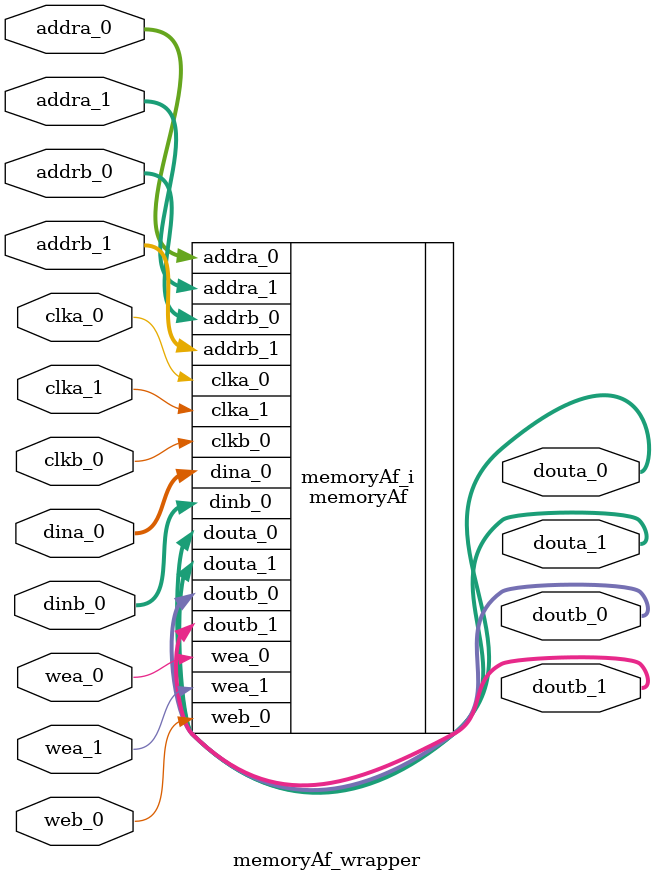
<source format=v>
`timescale 1 ps / 1 ps

module memoryAf_wrapper
   (addra_0,
    addra_1,
    addrb_0,
    addrb_1,
    clka_0,
    clka_1,
    clkb_0,
    dina_0,
    dinb_0,
    douta_0,
    douta_1,
    doutb_0,
    doutb_1,
    wea_0,
    wea_1,
    web_0);
  input [6:0]addra_0;
  input [7:0]addra_1;
  input [6:0]addrb_0;
  input [7:0]addrb_1;
  input clka_0;
  input clka_1;
  input clkb_0;
  input [7:0]dina_0;
  input [7:0]dinb_0;
  output [7:0]douta_0;
  output [7:0]douta_1;
  output [7:0]doutb_0;
  output [7:0]doutb_1;
  input [0:0]wea_0;
  input [0:0]wea_1;
  input [0:0]web_0;

  wire [6:0]addra_0;
  wire [7:0]addra_1;
  wire [6:0]addrb_0;
  wire [7:0]addrb_1;
  wire clka_0;
  wire clka_1;
  wire clkb_0;
  wire [7:0]dina_0;
  wire [7:0]dinb_0;
  wire [7:0]douta_0;
  wire [7:0]douta_1;
  wire [7:0]doutb_0;
  wire [7:0]doutb_1;
  wire [0:0]wea_0;
  wire [0:0]wea_1;
  wire [0:0]web_0;

  memoryAf memoryAf_i
       (.addra_0(addra_0),
        .addra_1(addra_1),
        .addrb_0(addrb_0),
        .addrb_1(addrb_1),
        .clka_0(clka_0),
        .clka_1(clka_1),
        .clkb_0(clkb_0),
        .dina_0(dina_0),
        .dinb_0(dinb_0),
        .douta_0(douta_0),
        .douta_1(douta_1),
        .doutb_0(doutb_0),
        .doutb_1(doutb_1),
        .wea_0(wea_0),
        .wea_1(wea_1),
        .web_0(web_0));
endmodule

</source>
